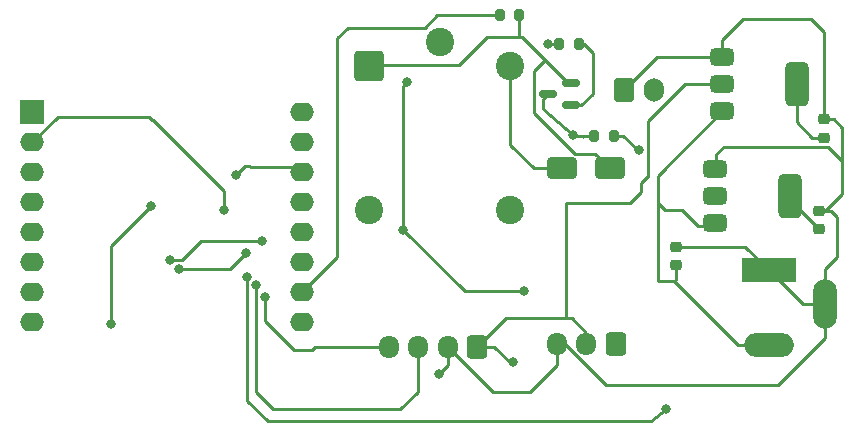
<source format=gbr>
%TF.GenerationSoftware,KiCad,Pcbnew,8.0.0-8.0.0-1~ubuntu22.04.1*%
%TF.CreationDate,2024-03-19T22:17:22+08:00*%
%TF.ProjectId,Water_Flowering_hardware,57617465-725f-4466-9c6f-776572696e67,rev?*%
%TF.SameCoordinates,Original*%
%TF.FileFunction,Copper,L1,Top*%
%TF.FilePolarity,Positive*%
%FSLAX46Y46*%
G04 Gerber Fmt 4.6, Leading zero omitted, Abs format (unit mm)*
G04 Created by KiCad (PCBNEW 8.0.0-8.0.0-1~ubuntu22.04.1) date 2024-03-19 22:17:22*
%MOMM*%
%LPD*%
G01*
G04 APERTURE LIST*
G04 Aperture macros list*
%AMRoundRect*
0 Rectangle with rounded corners*
0 $1 Rounding radius*
0 $2 $3 $4 $5 $6 $7 $8 $9 X,Y pos of 4 corners*
0 Add a 4 corners polygon primitive as box body*
4,1,4,$2,$3,$4,$5,$6,$7,$8,$9,$2,$3,0*
0 Add four circle primitives for the rounded corners*
1,1,$1+$1,$2,$3*
1,1,$1+$1,$4,$5*
1,1,$1+$1,$6,$7*
1,1,$1+$1,$8,$9*
0 Add four rect primitives between the rounded corners*
20,1,$1+$1,$2,$3,$4,$5,0*
20,1,$1+$1,$4,$5,$6,$7,0*
20,1,$1+$1,$6,$7,$8,$9,0*
20,1,$1+$1,$8,$9,$2,$3,0*%
G04 Aperture macros list end*
%TA.AperFunction,ComponentPad*%
%ADD10R,4.600000X2.000000*%
%TD*%
%TA.AperFunction,ComponentPad*%
%ADD11O,4.200000X2.000000*%
%TD*%
%TA.AperFunction,ComponentPad*%
%ADD12O,2.000000X4.200000*%
%TD*%
%TA.AperFunction,SMDPad,CuDef*%
%ADD13RoundRect,0.375000X-0.625000X-0.375000X0.625000X-0.375000X0.625000X0.375000X-0.625000X0.375000X0*%
%TD*%
%TA.AperFunction,SMDPad,CuDef*%
%ADD14RoundRect,0.500000X-0.500000X-1.400000X0.500000X-1.400000X0.500000X1.400000X-0.500000X1.400000X0*%
%TD*%
%TA.AperFunction,SMDPad,CuDef*%
%ADD15RoundRect,0.250000X1.000000X0.650000X-1.000000X0.650000X-1.000000X-0.650000X1.000000X-0.650000X0*%
%TD*%
%TA.AperFunction,SMDPad,CuDef*%
%ADD16RoundRect,0.200000X-0.200000X-0.275000X0.200000X-0.275000X0.200000X0.275000X-0.200000X0.275000X0*%
%TD*%
%TA.AperFunction,ComponentPad*%
%ADD17RoundRect,0.250000X0.600000X0.725000X-0.600000X0.725000X-0.600000X-0.725000X0.600000X-0.725000X0*%
%TD*%
%TA.AperFunction,ComponentPad*%
%ADD18O,1.700000X1.950000*%
%TD*%
%TA.AperFunction,ComponentPad*%
%ADD19R,2.000000X2.000000*%
%TD*%
%TA.AperFunction,ComponentPad*%
%ADD20O,2.000000X1.600000*%
%TD*%
%TA.AperFunction,SMDPad,CuDef*%
%ADD21RoundRect,0.225000X0.250000X-0.225000X0.250000X0.225000X-0.250000X0.225000X-0.250000X-0.225000X0*%
%TD*%
%TA.AperFunction,ComponentPad*%
%ADD22RoundRect,0.250000X-0.600000X-0.750000X0.600000X-0.750000X0.600000X0.750000X-0.600000X0.750000X0*%
%TD*%
%TA.AperFunction,ComponentPad*%
%ADD23O,1.700000X2.000000*%
%TD*%
%TA.AperFunction,ComponentPad*%
%ADD24C,2.400000*%
%TD*%
%TA.AperFunction,ComponentPad*%
%ADD25RoundRect,0.250000X-1.000000X-1.000000X1.000000X-1.000000X1.000000X1.000000X-1.000000X1.000000X0*%
%TD*%
%TA.AperFunction,SMDPad,CuDef*%
%ADD26RoundRect,0.150000X0.587500X0.150000X-0.587500X0.150000X-0.587500X-0.150000X0.587500X-0.150000X0*%
%TD*%
%TA.AperFunction,ViaPad*%
%ADD27C,0.800000*%
%TD*%
%TA.AperFunction,Conductor*%
%ADD28C,0.250000*%
%TD*%
G04 APERTURE END LIST*
D10*
%TO.P,J4,1,Pin_1*%
%TO.N,/GND*%
X199670000Y-120470000D03*
D11*
%TO.P,J4,2,Pin_2*%
%TO.N,/VIN*%
X199670000Y-126770000D03*
D12*
%TO.P,J4,3,Pin_3*%
%TO.N,/GND*%
X204470000Y-123370000D03*
%TD*%
D13*
%TO.P,U4,1,GND*%
%TO.N,/GND*%
X195150000Y-111900000D03*
%TO.P,U4,2,VO*%
%TO.N,/5V*%
X195150000Y-114200000D03*
D14*
X201450000Y-114200000D03*
D13*
%TO.P,U4,3,VI*%
%TO.N,/VIN*%
X195150000Y-116500000D03*
%TD*%
D15*
%TO.P,D1,1,K*%
%TO.N,Net-(D1-K)*%
X186205000Y-111850000D03*
%TO.P,D1,2,A*%
%TO.N,/GND*%
X182205000Y-111850000D03*
%TD*%
D16*
%TO.P,R1,1*%
%TO.N,/Water_Out*%
X181935000Y-101300000D03*
%TO.P,R1,2*%
%TO.N,Net-(Q1-B)*%
X183585000Y-101300000D03*
%TD*%
D17*
%TO.P,J1,1,Pin_1*%
%TO.N,/W0*%
X186750000Y-126750000D03*
D18*
%TO.P,J1,2,Pin_2*%
%TO.N,/3.3V*%
X184250000Y-126750000D03*
%TO.P,J1,3,Pin_3*%
%TO.N,/GND*%
X181750000Y-126750000D03*
%TD*%
D16*
%TO.P,R2,1*%
%TO.N,/GND*%
X176900000Y-98880000D03*
%TO.P,R2,2*%
%TO.N,Net-(D1-K)*%
X178550000Y-98880000D03*
%TD*%
D19*
%TO.P,U2,1,~{RST}*%
%TO.N,unconnected-(U2-~{RST}-Pad1)*%
X137340000Y-107100000D03*
D20*
%TO.P,U2,2,A0*%
%TO.N,/COM*%
X137340000Y-109640000D03*
%TO.P,U2,3,D0*%
%TO.N,unconnected-(U2-D0-Pad3)*%
X137340000Y-112180000D03*
%TO.P,U2,4,SCK/D5*%
%TO.N,unconnected-(U2-SCK{slash}D5-Pad4)*%
X137340000Y-114720000D03*
%TO.P,U2,5,MISO/D6*%
%TO.N,unconnected-(U2-MISO{slash}D6-Pad5)*%
X137340000Y-117260000D03*
%TO.P,U2,6,MOSI/D7*%
%TO.N,unconnected-(U2-MOSI{slash}D7-Pad6)*%
X137340000Y-119800000D03*
%TO.P,U2,7,CS/D8*%
%TO.N,unconnected-(U2-CS{slash}D8-Pad7)*%
X137340000Y-122340000D03*
%TO.P,U2,8,3V3*%
%TO.N,unconnected-(U2-3V3-Pad8)*%
X137340000Y-124880000D03*
%TO.P,U2,9,5V*%
%TO.N,/5V*%
X160200000Y-124880000D03*
%TO.P,U2,10,GND*%
%TO.N,/GND*%
X160200000Y-122340000D03*
%TO.P,U2,11,D4*%
%TO.N,unconnected-(U2-D4-Pad11)*%
X160200000Y-119800000D03*
%TO.P,U2,12,D3*%
%TO.N,/Water_Out*%
X160200000Y-117260000D03*
%TO.P,U2,13,SDA/D2*%
%TO.N,/S4*%
X160200000Y-114720000D03*
%TO.P,U2,14,SCL/D1*%
%TO.N,/S2*%
X160200000Y-112180000D03*
%TO.P,U2,15,RX*%
%TO.N,/S1*%
X160200000Y-109640000D03*
%TO.P,U2,16,TX*%
%TO.N,/S0*%
X160200000Y-107100000D03*
%TD*%
D21*
%TO.P,C2,1*%
%TO.N,/VIN*%
X191800000Y-120025000D03*
%TO.P,C2,2*%
%TO.N,/GND*%
X191800000Y-118475000D03*
%TD*%
D17*
%TO.P,J2,1,Pin_1*%
%TO.N,/3.3V*%
X175000000Y-126950000D03*
D18*
%TO.P,J2,2,Pin_2*%
%TO.N,/GND*%
X172500000Y-126950000D03*
%TO.P,J2,3,Pin_3*%
%TO.N,/Soil_D0*%
X170000000Y-126950000D03*
%TO.P,J2,4,Pin_4*%
%TO.N,/Soil_A0*%
X167500000Y-126950000D03*
%TD*%
D21*
%TO.P,C4,1*%
%TO.N,/5V*%
X203900000Y-116975000D03*
%TO.P,C4,2*%
%TO.N,/GND*%
X203900000Y-115425000D03*
%TD*%
D13*
%TO.P,U3,1,GND*%
%TO.N,/GND*%
X195750000Y-102400000D03*
%TO.P,U3,2,VO*%
%TO.N,/3.3V*%
X195750000Y-104700000D03*
D14*
X202050000Y-104700000D03*
D13*
%TO.P,U3,3,VI*%
%TO.N,/VIN*%
X195750000Y-107000000D03*
%TD*%
D16*
%TO.P,R3,2*%
%TO.N,Net-(K1-Pad11)*%
X186575000Y-109100000D03*
%TO.P,R3,1*%
%TO.N,/5V*%
X184925000Y-109100000D03*
%TD*%
D22*
%TO.P,J3,1,Pin_1*%
%TO.N,/GND*%
X187450000Y-105192500D03*
D23*
%TO.P,J3,2,Pin_2*%
%TO.N,Net-(J3-Pin_2)*%
X189950000Y-105192500D03*
%TD*%
D24*
%TO.P,K1,11*%
%TO.N,Net-(K1-Pad11)*%
X171810000Y-101170000D03*
%TO.P,K1,12*%
%TO.N,unconnected-(K1-Pad12)*%
X177810000Y-115370000D03*
%TO.P,K1,14*%
%TO.N,Net-(J3-Pin_2)*%
X165810000Y-115370000D03*
D25*
%TO.P,K1,A1*%
%TO.N,Net-(D1-K)*%
X165810000Y-103170000D03*
D24*
%TO.P,K1,A2*%
%TO.N,/GND*%
X177810000Y-103170000D03*
%TD*%
D21*
%TO.P,C3,1*%
%TO.N,/3.3V*%
X204400000Y-109250000D03*
%TO.P,C3,2*%
%TO.N,/GND*%
X204400000Y-107700000D03*
%TD*%
D26*
%TO.P,Q1,1,B*%
%TO.N,Net-(Q1-B)*%
X182907500Y-106520000D03*
%TO.P,Q1,2,E*%
%TO.N,Net-(D1-K)*%
X182907500Y-104620000D03*
%TO.P,Q1,3,C*%
%TO.N,/5V*%
X181032500Y-105570000D03*
%TD*%
D27*
%TO.N,Net-(K1-Pad11)*%
X169080000Y-104570000D03*
X168760000Y-117040000D03*
X178970000Y-122230000D03*
X188670000Y-110330000D03*
%TO.N,/5V*%
X183080000Y-109060000D03*
%TO.N,/3.3V*%
X178000000Y-128250000D03*
%TO.N,/GND*%
X171750000Y-129250000D03*
%TO.N,/W0*%
X191000000Y-132250000D03*
X155500000Y-121000000D03*
%TO.N,/Soil_D0*%
X156250000Y-121750000D03*
%TO.N,/Soil_A0*%
X157000000Y-122750000D03*
%TO.N,/COM*%
X153600000Y-115400000D03*
%TO.N,/S0*%
X155400000Y-119000000D03*
X149755691Y-120325000D03*
%TO.N,/S1*%
X156800000Y-118000000D03*
X149000000Y-119600000D03*
%TO.N,/S2*%
X154600000Y-112400000D03*
X147400000Y-115000000D03*
X144000000Y-125000000D03*
%TO.N,/Water_Out*%
X180970000Y-101300000D03*
%TD*%
D28*
%TO.N,Net-(K1-Pad11)*%
X168760000Y-104890000D02*
X169080000Y-104570000D01*
X168760000Y-117040000D02*
X168760000Y-104890000D01*
X173950000Y-122230000D02*
X168760000Y-117040000D01*
X178970000Y-122230000D02*
X173950000Y-122230000D01*
X188670000Y-110410000D02*
X188630000Y-110370000D01*
X188670000Y-110330000D02*
X188670000Y-110410000D01*
X188590000Y-110330000D02*
X188670000Y-110330000D01*
X187360000Y-109100000D02*
X188590000Y-110330000D01*
X186575000Y-109100000D02*
X187360000Y-109100000D01*
%TO.N,/5V*%
X184000000Y-109100000D02*
X183120000Y-109100000D01*
X183120000Y-109100000D02*
X183080000Y-109060000D01*
X183080000Y-109060000D02*
X180610000Y-106790000D01*
X184000000Y-109100000D02*
X183930000Y-109170000D01*
X184925000Y-109100000D02*
X184000000Y-109100000D01*
X182920000Y-109100000D02*
X183080000Y-109060000D01*
X180610000Y-106790000D02*
X180610000Y-105992500D01*
X180610000Y-105992500D02*
X181032500Y-105570000D01*
%TO.N,/GND*%
X187450000Y-105192500D02*
X190242500Y-102400000D01*
X190242500Y-102400000D02*
X195750000Y-102400000D01*
X176900000Y-98880000D02*
X171610000Y-98880000D01*
X171610000Y-98880000D02*
X170565000Y-99925000D01*
%TO.N,Net-(D1-K)*%
X178650000Y-100730000D02*
X175850000Y-100730000D01*
X175850000Y-100730000D02*
X173490000Y-103090000D01*
X173490000Y-103090000D02*
X165890000Y-103090000D01*
X165890000Y-103090000D02*
X165810000Y-103170000D01*
%TO.N,/GND*%
X177810000Y-109315000D02*
X177810000Y-103170000D01*
X170565000Y-99925000D02*
X164025000Y-99925000D01*
X204470000Y-126170000D02*
X200440000Y-130200000D01*
X204470000Y-123370000D02*
X204470000Y-126170000D01*
X200440000Y-130200000D02*
X185913299Y-130200000D01*
X185913299Y-130200000D02*
X182463299Y-126750000D01*
X182463299Y-126750000D02*
X181750000Y-126750000D01*
%TO.N,/3.3V*%
X182500000Y-124500000D02*
X182500000Y-114800000D01*
X202050000Y-104700000D02*
X202050000Y-107950000D01*
X184250000Y-125750000D02*
X183000000Y-124500000D01*
X184250000Y-126750000D02*
X184250000Y-125750000D01*
X176450000Y-126950000D02*
X175000000Y-126950000D01*
X189475000Y-107825000D02*
X192600000Y-104700000D01*
X182500000Y-114800000D02*
X187975000Y-114800000D01*
X178000000Y-128250000D02*
X177750000Y-128250000D01*
X188900000Y-113875000D02*
X188900000Y-113050000D01*
X202050000Y-107950000D02*
X203350000Y-109250000D01*
X187975000Y-114800000D02*
X188900000Y-113875000D01*
X188900000Y-113050000D02*
X189350000Y-112600000D01*
X182500000Y-124500000D02*
X177450000Y-124500000D01*
X177750000Y-128250000D02*
X176450000Y-126950000D01*
X192600000Y-104700000D02*
X195750000Y-104700000D01*
X189350000Y-112600000D02*
X189475000Y-112600000D01*
X203350000Y-109250000D02*
X204400000Y-109250000D01*
X183000000Y-124500000D02*
X182500000Y-124500000D01*
X177450000Y-124500000D02*
X175000000Y-126950000D01*
X189475000Y-112600000D02*
X189475000Y-107825000D01*
%TO.N,/GND*%
X204470000Y-123370000D02*
X204470000Y-120360000D01*
X172500000Y-126950000D02*
X172500000Y-128500000D01*
X181000000Y-129250000D02*
X179500000Y-130750000D01*
X163150000Y-100800000D02*
X163150000Y-119390000D01*
X179500000Y-130750000D02*
X176300000Y-130750000D01*
X181750000Y-128500000D02*
X181000000Y-129250000D01*
X204475000Y-115425000D02*
X205900000Y-114000000D01*
X177800000Y-109850000D02*
X177800000Y-109325000D01*
X172500000Y-128500000D02*
X171750000Y-129250000D01*
X176300000Y-130750000D02*
X172500000Y-126950000D01*
X204400000Y-100300000D02*
X204400000Y-107700000D01*
X204470000Y-120360000D02*
X205500000Y-119330000D01*
X195250000Y-111400000D02*
X195250000Y-110650000D01*
X181750000Y-126750000D02*
X181750000Y-128500000D01*
X182205000Y-111850000D02*
X179800000Y-111850000D01*
X204470000Y-123370000D02*
X202570000Y-123370000D01*
X191800000Y-118475000D02*
X197675000Y-118475000D01*
X197500000Y-99200000D02*
X203300000Y-99200000D01*
X204925000Y-115425000D02*
X203900000Y-115425000D01*
X197675000Y-118475000D02*
X199670000Y-120470000D01*
X205500000Y-116000000D02*
X204925000Y-115425000D01*
X205500000Y-119330000D02*
X205500000Y-116000000D01*
X177800000Y-109325000D02*
X177810000Y-109315000D01*
X202570000Y-123370000D02*
X199670000Y-120470000D01*
X203300000Y-99200000D02*
X204400000Y-100300000D01*
X205900000Y-114000000D02*
X205900000Y-111200000D01*
X163150000Y-119390000D02*
X160200000Y-122340000D01*
X195750000Y-102400000D02*
X195750000Y-100950000D01*
X195250000Y-110650000D02*
X195875000Y-110025000D01*
X195875000Y-110025000D02*
X204725000Y-110025000D01*
X204725000Y-110025000D02*
X205900000Y-111200000D01*
X195750000Y-100950000D02*
X197500000Y-99200000D01*
X179800000Y-111850000D02*
X177800000Y-109850000D01*
X203900000Y-115425000D02*
X204475000Y-115425000D01*
X205900000Y-111200000D02*
X205900000Y-108400000D01*
X164025000Y-99925000D02*
X163150000Y-100800000D01*
X205200000Y-107700000D02*
X204400000Y-107700000D01*
X205900000Y-108400000D02*
X205200000Y-107700000D01*
%TO.N,/W0*%
X157250000Y-133250000D02*
X189750000Y-133250000D01*
X189750000Y-133250000D02*
X191000000Y-132250000D01*
X155500000Y-131500000D02*
X157250000Y-133250000D01*
X155500000Y-121000000D02*
X155500000Y-131500000D01*
X191000000Y-132250000D02*
X190750000Y-132250000D01*
%TO.N,/Soil_D0*%
X170000000Y-130750000D02*
X170000000Y-126950000D01*
X156250000Y-121750000D02*
X156250000Y-130750000D01*
X156250000Y-130750000D02*
X157750000Y-132250000D01*
X168500000Y-132250000D02*
X170000000Y-130750000D01*
X157750000Y-132250000D02*
X168500000Y-132250000D01*
%TO.N,/Soil_A0*%
X161000000Y-127250000D02*
X161300000Y-126950000D01*
X157000000Y-124750000D02*
X159500000Y-127250000D01*
X159500000Y-127250000D02*
X161000000Y-127250000D01*
X157000000Y-122750000D02*
X157000000Y-124750000D01*
X161300000Y-126950000D02*
X167500000Y-126950000D01*
%TO.N,/COM*%
X153600000Y-113800000D02*
X153600000Y-115400000D01*
X147550000Y-107750000D02*
X153600000Y-113800000D01*
X147500000Y-107750000D02*
X147550000Y-107750000D01*
X139480000Y-107500000D02*
X147250000Y-107500000D01*
X137340000Y-109640000D02*
X139480000Y-107500000D01*
X147250000Y-107500000D02*
X147500000Y-107750000D01*
%TO.N,/S0*%
X154075000Y-120325000D02*
X155400000Y-119000000D01*
X149755691Y-120325000D02*
X154075000Y-120325000D01*
%TO.N,/S1*%
X151600000Y-118000000D02*
X156800000Y-118000000D01*
X149000000Y-119600000D02*
X150000000Y-119600000D01*
X150000000Y-119600000D02*
X151600000Y-118000000D01*
%TO.N,/S2*%
X159720000Y-111700000D02*
X160200000Y-112180000D01*
X144000000Y-125000000D02*
X144000000Y-118400000D01*
X147400000Y-115000000D02*
X147200000Y-115200000D01*
X144000000Y-118400000D02*
X147400000Y-115000000D01*
X154600000Y-112400000D02*
X155325000Y-111675000D01*
X155325000Y-111675000D02*
X155725000Y-111675000D01*
X155750000Y-111700000D02*
X159720000Y-111700000D01*
X155725000Y-111675000D02*
X155750000Y-111700000D01*
%TO.N,/5V*%
X203900000Y-116975000D02*
X201550000Y-114625000D01*
X201550000Y-114625000D02*
X201550000Y-113700000D01*
%TO.N,/VIN*%
X194550000Y-116700000D02*
X195250000Y-116000000D01*
X191800000Y-120025000D02*
X191800000Y-121280000D01*
X190300000Y-121400000D02*
X191680000Y-121400000D01*
X192375000Y-115400000D02*
X190900000Y-115400000D01*
X195750000Y-107000000D02*
X190300000Y-112450000D01*
X190300000Y-112450000D02*
X190300000Y-114800000D01*
X193675000Y-116700000D02*
X194550000Y-116700000D01*
X190900000Y-115400000D02*
X190300000Y-114800000D01*
X191680000Y-121400000D02*
X197050000Y-126770000D01*
X190300000Y-115600000D02*
X190300000Y-121400000D01*
X190300000Y-114800000D02*
X190300000Y-115600000D01*
X197050000Y-126770000D02*
X199670000Y-126770000D01*
X193675000Y-116700000D02*
X192375000Y-115400000D01*
X191800000Y-121280000D02*
X191680000Y-121400000D01*
%TO.N,/Water_Out*%
X180970000Y-101370000D02*
X181030000Y-101310000D01*
X180970000Y-101300000D02*
X180970000Y-101370000D01*
X181040000Y-101300000D02*
X181040000Y-101300000D01*
X181935000Y-101300000D02*
X181040000Y-101300000D01*
X181040000Y-101300000D02*
X180970000Y-101300000D01*
%TO.N,Net-(D1-K)*%
X178760000Y-100730000D02*
X178650000Y-100730000D01*
X186205000Y-111850000D02*
X185650000Y-111850000D01*
X182907500Y-104620000D02*
X182650000Y-104620000D01*
X185440000Y-111085000D02*
X185509302Y-111154302D01*
X179830000Y-107140000D02*
X183290000Y-110600000D01*
X179830000Y-107140000D02*
X179830000Y-103610000D01*
X180735000Y-102705000D02*
X178760000Y-100730000D01*
X179830000Y-103610000D02*
X180735000Y-102705000D01*
X182650000Y-104620000D02*
X180735000Y-102705000D01*
X183290000Y-110600000D02*
X184955000Y-110600000D01*
X179820000Y-107130000D02*
X179830000Y-107140000D01*
X178550000Y-98880000D02*
X178550000Y-100630000D01*
X184955000Y-110600000D02*
X186205000Y-111850000D01*
X178550000Y-100630000D02*
X178650000Y-100730000D01*
%TO.N,Net-(Q1-B)*%
X184780000Y-105510000D02*
X183770000Y-106520000D01*
X183770000Y-106520000D02*
X182907500Y-106520000D01*
X184010000Y-101300000D02*
X183585000Y-101300000D01*
X184780000Y-102070000D02*
X184010000Y-101300000D01*
X184780000Y-102070000D02*
X184780000Y-105510000D01*
%TD*%
M02*

</source>
